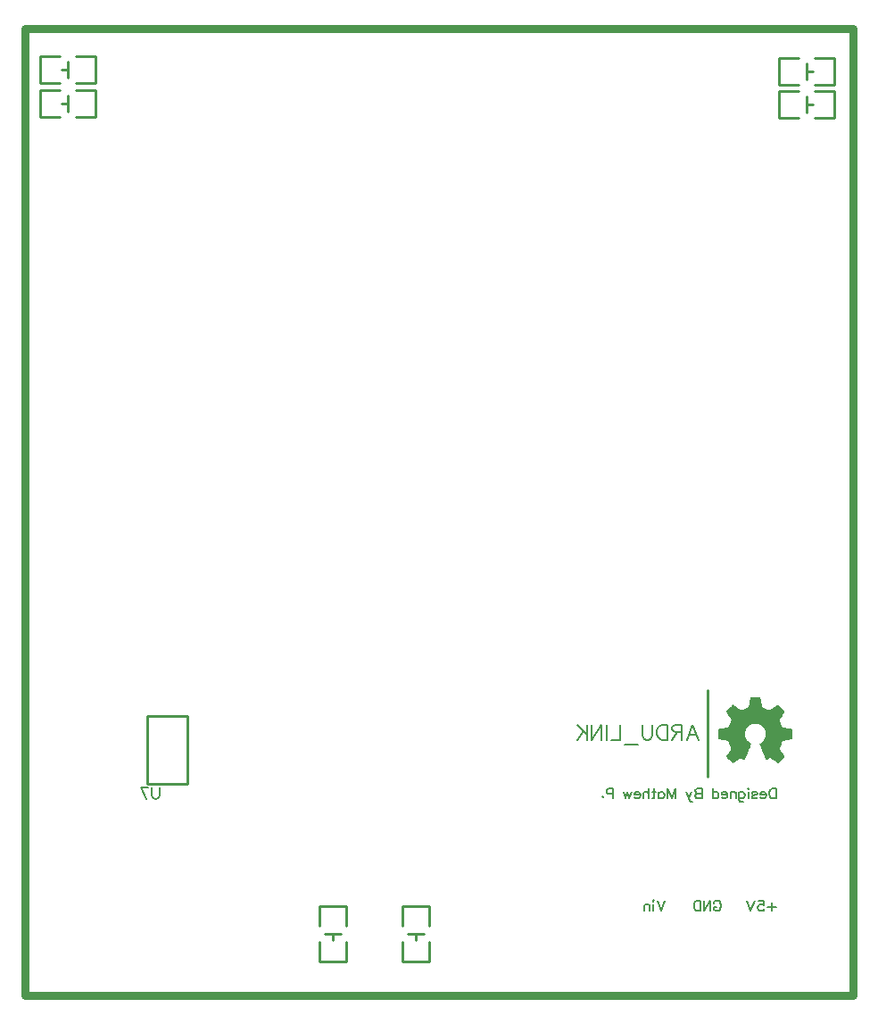
<source format=gbo>
G04 Layer: BottomSilkLayer*
G04 EasyEDA v6.2.46, 2019-12-30T00:29:30+05:30*
G04 ef53065936be4c9b9f598b0f68a09c93,6145028fc9404f35aebdec50a9af1db0,10*
G04 Gerber Generator version 0.2*
G04 Scale: 100 percent, Rotated: No, Reflected: No *
G04 Dimensions in millimeters *
G04 leading zeros omitted , absolute positions ,3 integer and 3 decimal *
%FSLAX33Y33*%
%MOMM*%
G90*
G71D02*

%ADD10C,0.254000*%
%ADD45C,0.203200*%
%ADD50C,0.799998*%
%ADD54C,0.152400*%
%ADD56C,0.150012*%

%LPD*%

%LPD*%
G36*
G01X69429Y28209D02*
G01X69342Y28209D01*
G01X69250Y28208D01*
G01X68793Y28201D01*
G01X68775Y28132D01*
G01X68770Y28111D01*
G01X68763Y28077D01*
G01X68754Y28032D01*
G01X68743Y27978D01*
G01X68731Y27916D01*
G01X68719Y27848D01*
G01X68706Y27776D01*
G01X68692Y27703D01*
G01X68673Y27594D01*
G01X68657Y27504D01*
G01X68642Y27431D01*
G01X68628Y27372D01*
G01X68614Y27325D01*
G01X68598Y27289D01*
G01X68580Y27261D01*
G01X68559Y27240D01*
G01X68533Y27224D01*
G01X68501Y27210D01*
G01X68463Y27196D01*
G01X68417Y27181D01*
G01X68341Y27154D01*
G01X68257Y27121D01*
G01X68176Y27087D01*
G01X68109Y27055D01*
G01X68066Y27034D01*
G01X68030Y27016D01*
G01X67998Y27004D01*
G01X67969Y26997D01*
G01X67939Y26997D01*
G01X67907Y27004D01*
G01X67870Y27018D01*
G01X67827Y27042D01*
G01X67774Y27074D01*
G01X67709Y27116D01*
G01X67630Y27169D01*
G01X67535Y27234D01*
G01X67461Y27284D01*
G01X67390Y27331D01*
G01X67325Y27375D01*
G01X67267Y27413D01*
G01X67217Y27445D01*
G01X67177Y27471D01*
G01X67150Y27488D01*
G01X67136Y27495D01*
G01X67123Y27491D01*
G01X67098Y27473D01*
G01X67062Y27444D01*
G01X67018Y27406D01*
G01X66967Y27361D01*
G01X66910Y27309D01*
G01X66851Y27254D01*
G01X66790Y27196D01*
G01X66729Y27137D01*
G01X66671Y27080D01*
G01X66617Y27025D01*
G01X66568Y26975D01*
G01X66527Y26931D01*
G01X66496Y26895D01*
G01X66476Y26869D01*
G01X66469Y26855D01*
G01X66474Y26843D01*
G01X66489Y26817D01*
G01X66513Y26779D01*
G01X66544Y26730D01*
G01X66582Y26671D01*
G01X66626Y26606D01*
G01X66675Y26534D01*
G01X66726Y26458D01*
G01X66795Y26358D01*
G01X66851Y26277D01*
G01X66895Y26211D01*
G01X66929Y26158D01*
G01X66952Y26115D01*
G01X66965Y26078D01*
G01X66970Y26046D01*
G01X66966Y26015D01*
G01X66956Y25982D01*
G01X66939Y25944D01*
G01X66916Y25899D01*
G01X66888Y25844D01*
G01X66848Y25757D01*
G01X66808Y25666D01*
G01X66774Y25582D01*
G01X66750Y25516D01*
G01X66738Y25479D01*
G01X66726Y25448D01*
G01X66713Y25423D01*
G01X66698Y25401D01*
G01X66677Y25383D01*
G01X66649Y25368D01*
G01X66613Y25354D01*
G01X66566Y25340D01*
G01X66506Y25327D01*
G01X66433Y25313D01*
G01X66343Y25297D01*
G01X66235Y25278D01*
G01X66159Y25266D01*
G01X66091Y25255D01*
G01X66031Y25245D01*
G01X65979Y25236D01*
G01X65934Y25227D01*
G01X65895Y25217D01*
G01X65862Y25207D01*
G01X65834Y25195D01*
G01X65812Y25180D01*
G01X65794Y25163D01*
G01X65781Y25142D01*
G01X65770Y25118D01*
G01X65763Y25089D01*
G01X65759Y25054D01*
G01X65757Y25015D01*
G01X65757Y24916D01*
G01X65759Y24855D01*
G01X65760Y24787D01*
G01X65762Y24710D01*
G01X65769Y24252D01*
G01X66219Y24163D01*
G01X66328Y24141D01*
G01X66419Y24123D01*
G01X66495Y24107D01*
G01X66555Y24092D01*
G01X66603Y24077D01*
G01X66639Y24062D01*
G01X66667Y24046D01*
G01X66686Y24027D01*
G01X66700Y24006D01*
G01X66711Y23981D01*
G01X66719Y23951D01*
G01X66726Y23915D01*
G01X66741Y23863D01*
G01X66770Y23787D01*
G01X66808Y23695D01*
G01X66852Y23599D01*
G01X66875Y23549D01*
G01X66896Y23506D01*
G01X66914Y23469D01*
G01X66927Y23437D01*
G01X66937Y23408D01*
G01X66943Y23381D01*
G01X66944Y23356D01*
G01X66941Y23330D01*
G01X66933Y23303D01*
G01X66919Y23273D01*
G01X66900Y23239D01*
G01X66876Y23200D01*
G01X66845Y23154D01*
G01X66808Y23101D01*
G01X66765Y23039D01*
G01X66714Y22967D01*
G01X66672Y22907D01*
G01X66634Y22854D01*
G01X66600Y22807D01*
G01X66571Y22766D01*
G01X66547Y22729D01*
G01X66527Y22697D01*
G01X66513Y22668D01*
G01X66503Y22642D01*
G01X66498Y22617D01*
G01X66498Y22594D01*
G01X66503Y22570D01*
G01X66513Y22547D01*
G01X66529Y22522D01*
G01X66550Y22495D01*
G01X66577Y22465D01*
G01X66609Y22432D01*
G01X66647Y22395D01*
G01X66691Y22352D01*
G01X66740Y22304D01*
G01X66796Y22249D01*
G01X67123Y21922D01*
G01X67484Y22170D01*
G01X67580Y22235D01*
G01X67658Y22289D01*
G01X67721Y22331D01*
G01X67771Y22363D01*
G01X67812Y22385D01*
G01X67846Y22398D01*
G01X67876Y22403D01*
G01X67903Y22400D01*
G01X67932Y22391D01*
G01X67964Y22375D01*
G01X68002Y22354D01*
G01X68049Y22328D01*
G01X68078Y22312D01*
G01X68103Y22297D01*
G01X68125Y22284D01*
G01X68145Y22274D01*
G01X68162Y22266D01*
G01X68179Y22262D01*
G01X68194Y22263D01*
G01X68209Y22269D01*
G01X68224Y22281D01*
G01X68240Y22300D01*
G01X68257Y22326D01*
G01X68276Y22360D01*
G01X68297Y22403D01*
G01X68320Y22455D01*
G01X68347Y22517D01*
G01X68378Y22591D01*
G01X68412Y22676D01*
G01X68452Y22773D01*
G01X68497Y22883D01*
G01X68548Y23007D01*
G01X68598Y23129D01*
G01X68642Y23237D01*
G01X68682Y23333D01*
G01X68716Y23416D01*
G01X68746Y23490D01*
G01X68771Y23553D01*
G01X68791Y23607D01*
G01X68808Y23652D01*
G01X68820Y23690D01*
G01X68828Y23722D01*
G01X68833Y23748D01*
G01X68835Y23769D01*
G01X68833Y23786D01*
G01X68828Y23799D01*
G01X68820Y23811D01*
G01X68810Y23821D01*
G01X68797Y23830D01*
G01X68782Y23839D01*
G01X68765Y23850D01*
G01X68747Y23862D01*
G01X68699Y23897D01*
G01X68654Y23933D01*
G01X68611Y23970D01*
G01X68572Y24009D01*
G01X68534Y24048D01*
G01X68500Y24089D01*
G01X68467Y24131D01*
G01X68438Y24173D01*
G01X68410Y24216D01*
G01X68385Y24260D01*
G01X68363Y24305D01*
G01X68343Y24350D01*
G01X68325Y24396D01*
G01X68310Y24442D01*
G01X68297Y24488D01*
G01X68287Y24535D01*
G01X68278Y24582D01*
G01X68272Y24629D01*
G01X68268Y24676D01*
G01X68267Y24722D01*
G01X68268Y24769D01*
G01X68270Y24815D01*
G01X68275Y24862D01*
G01X68282Y24907D01*
G01X68292Y24952D01*
G01X68303Y24997D01*
G01X68316Y25041D01*
G01X68332Y25084D01*
G01X68349Y25126D01*
G01X68369Y25168D01*
G01X68390Y25208D01*
G01X68413Y25248D01*
G01X68439Y25286D01*
G01X68466Y25323D01*
G01X68495Y25359D01*
G01X68526Y25393D01*
G01X68559Y25426D01*
G01X68593Y25458D01*
G01X68630Y25487D01*
G01X68668Y25515D01*
G01X68708Y25542D01*
G01X68749Y25566D01*
G01X68793Y25589D01*
G01X68838Y25609D01*
G01X68885Y25628D01*
G01X68933Y25644D01*
G01X68983Y25658D01*
G01X69034Y25669D01*
G01X69088Y25678D01*
G01X69142Y25685D01*
G01X69199Y25689D01*
G01X69256Y25690D01*
G01X69312Y25689D01*
G01X69366Y25685D01*
G01X69418Y25679D01*
G01X69469Y25670D01*
G01X69519Y25660D01*
G01X69568Y25647D01*
G01X69615Y25631D01*
G01X69660Y25614D01*
G01X69704Y25595D01*
G01X69746Y25574D01*
G01X69787Y25551D01*
G01X69826Y25526D01*
G01X69864Y25499D01*
G01X69900Y25471D01*
G01X69934Y25441D01*
G01X69967Y25410D01*
G01X69998Y25377D01*
G01X70027Y25344D01*
G01X70055Y25308D01*
G01X70081Y25272D01*
G01X70105Y25234D01*
G01X70127Y25196D01*
G01X70147Y25156D01*
G01X70166Y25116D01*
G01X70182Y25074D01*
G01X70197Y25032D01*
G01X70210Y24990D01*
G01X70221Y24946D01*
G01X70230Y24902D01*
G01X70236Y24858D01*
G01X70241Y24813D01*
G01X70244Y24768D01*
G01X70245Y24723D01*
G01X70243Y24678D01*
G01X70240Y24632D01*
G01X70234Y24586D01*
G01X70226Y24541D01*
G01X70216Y24495D01*
G01X70204Y24450D01*
G01X70189Y24405D01*
G01X70172Y24361D01*
G01X70153Y24316D01*
G01X70132Y24273D01*
G01X70108Y24229D01*
G01X70082Y24187D01*
G01X70054Y24145D01*
G01X70023Y24104D01*
G01X69990Y24064D01*
G01X69954Y24024D01*
G01X69916Y23986D01*
G01X69875Y23949D01*
G01X69832Y23912D01*
G01X69770Y23862D01*
G01X69718Y23818D01*
G01X69682Y23785D01*
G01X69667Y23767D01*
G01X69667Y23760D01*
G01X69671Y23745D01*
G01X69678Y23723D01*
G01X69689Y23693D01*
G01X69702Y23656D01*
G01X69719Y23612D01*
G01X69739Y23560D01*
G01X69762Y23503D01*
G01X69816Y23368D01*
G01X69847Y23291D01*
G01X69881Y23208D01*
G01X69917Y23120D01*
G01X69956Y23026D01*
G01X69998Y22927D01*
G01X70041Y22822D01*
G01X70112Y22654D01*
G01X70167Y22523D01*
G01X70209Y22423D01*
G01X70240Y22351D01*
G01X70261Y22303D01*
G01X70274Y22273D01*
G01X70282Y22257D01*
G01X70286Y22251D01*
G01X70304Y22255D01*
G01X70345Y22271D01*
G01X70405Y22298D01*
G01X70477Y22333D01*
G01X70659Y22423D01*
G01X71025Y22173D01*
G01X71391Y21924D01*
G01X71717Y22250D01*
G01X71773Y22305D01*
G01X71822Y22353D01*
G01X71866Y22395D01*
G01X71904Y22432D01*
G01X71936Y22465D01*
G01X71962Y22495D01*
G01X71983Y22522D01*
G01X71999Y22547D01*
G01X72010Y22571D01*
G01X72015Y22594D01*
G01X72015Y22617D01*
G01X72010Y22642D01*
G01X72000Y22668D01*
G01X71985Y22697D01*
G01X71965Y22729D01*
G01X71941Y22766D01*
G01X71912Y22807D01*
G01X71879Y22854D01*
G01X71841Y22907D01*
G01X71798Y22967D01*
G01X71734Y23059D01*
G01X71681Y23135D01*
G01X71639Y23198D01*
G01X71607Y23248D01*
G01X71585Y23290D01*
G01X71571Y23325D01*
G01X71565Y23356D01*
G01X71567Y23385D01*
G01X71574Y23414D01*
G01X71588Y23446D01*
G01X71607Y23484D01*
G01X71630Y23529D01*
G01X71665Y23604D01*
G01X71704Y23694D01*
G01X71741Y23789D01*
G01X71772Y23878D01*
G01X71835Y24074D01*
G01X72290Y24163D01*
G01X72744Y24252D01*
G01X72751Y24710D01*
G01X72752Y24787D01*
G01X72754Y24855D01*
G01X72755Y24916D01*
G01X72756Y24968D01*
G01X72756Y25015D01*
G01X72753Y25054D01*
G01X72749Y25089D01*
G01X72742Y25118D01*
G01X72732Y25142D01*
G01X72718Y25163D01*
G01X72700Y25180D01*
G01X72678Y25195D01*
G01X72651Y25207D01*
G01X72618Y25217D01*
G01X72579Y25227D01*
G01X72533Y25236D01*
G01X72481Y25245D01*
G01X72421Y25255D01*
G01X72353Y25266D01*
G01X72277Y25278D01*
G01X72168Y25297D01*
G01X72077Y25313D01*
G01X72003Y25328D01*
G01X71943Y25341D01*
G01X71896Y25355D01*
G01X71859Y25370D01*
G01X71831Y25387D01*
G01X71810Y25408D01*
G01X71793Y25432D01*
G01X71779Y25462D01*
G01X71766Y25498D01*
G01X71752Y25540D01*
G01X71725Y25614D01*
G01X71690Y25700D01*
G01X71652Y25788D01*
G01X71614Y25866D01*
G01X71589Y25915D01*
G01X71568Y25954D01*
G01X71553Y25988D01*
G01X71544Y26018D01*
G01X71542Y26047D01*
G01X71547Y26078D01*
G01X71561Y26114D01*
G01X71585Y26157D01*
G01X71618Y26210D01*
G01X71662Y26276D01*
G01X71718Y26357D01*
G01X71786Y26457D01*
G01X71838Y26533D01*
G01X71930Y26671D01*
G01X71968Y26729D01*
G01X72000Y26778D01*
G01X72024Y26817D01*
G01X72039Y26843D01*
G01X72044Y26855D01*
G01X72037Y26869D01*
G01X72017Y26895D01*
G01X71985Y26931D01*
G01X71944Y26975D01*
G01X71896Y27025D01*
G01X71841Y27080D01*
G01X71783Y27137D01*
G01X71723Y27196D01*
G01X71662Y27254D01*
G01X71602Y27309D01*
G01X71546Y27361D01*
G01X71495Y27406D01*
G01X71450Y27444D01*
G01X71415Y27473D01*
G01X71390Y27491D01*
G01X71377Y27495D01*
G01X71363Y27488D01*
G01X71335Y27471D01*
G01X71296Y27445D01*
G01X71246Y27413D01*
G01X71188Y27375D01*
G01X71122Y27331D01*
G01X71052Y27284D01*
G01X70977Y27234D01*
G01X70882Y27169D01*
G01X70804Y27116D01*
G01X70739Y27074D01*
G01X70686Y27042D01*
G01X70642Y27018D01*
G01X70605Y27004D01*
G01X70573Y26997D01*
G01X70544Y26997D01*
G01X70514Y27004D01*
G01X70483Y27016D01*
G01X70447Y27034D01*
G01X70404Y27055D01*
G01X70336Y27087D01*
G01X70256Y27121D01*
G01X70173Y27154D01*
G01X70097Y27180D01*
G01X70034Y27202D01*
G01X69985Y27222D01*
G01X69948Y27244D01*
G01X69921Y27271D01*
G01X69901Y27307D01*
G01X69886Y27355D01*
G01X69872Y27419D01*
G01X69858Y27501D01*
G01X69847Y27569D01*
G01X69834Y27642D01*
G01X69821Y27717D01*
G01X69807Y27792D01*
G01X69792Y27866D01*
G01X69778Y27937D01*
G01X69765Y28003D01*
G01X69753Y28062D01*
G01X69741Y28113D01*
G01X69732Y28153D01*
G01X69724Y28181D01*
G01X69720Y28194D01*
G01X69708Y28198D01*
G01X69679Y28202D01*
G01X69634Y28204D01*
G01X69576Y28206D01*
G01X69507Y28208D01*
G01X69429Y28209D01*
G37*

%LPD*%
G54D50*
G01X1159Y-76D02*
G01X78558Y-76D01*
G01X78558Y91591D01*
G01X-39Y91591D01*
G01X-39Y-66D01*
G01X1129Y-66D01*
G54D10*
G01X64743Y28843D02*
G01X64743Y20686D01*
G01X15323Y26409D02*
G01X15323Y20009D01*
G01X15323Y26409D02*
G01X11523Y26409D01*
G01X11523Y20009D02*
G01X11523Y26409D01*
G01X11523Y20009D02*
G01X15323Y20009D01*
G01X30419Y4967D02*
G01X30419Y3119D01*
G01X27879Y3119D01*
G01X27879Y4967D01*
G01X27879Y6491D02*
G01X27879Y8349D01*
G01X30419Y8349D01*
G01X30419Y6491D01*
G01X28379Y5739D02*
G01X29929Y5739D01*
G01X29169Y5149D02*
G01X29169Y5729D01*
G01X74871Y88839D02*
G01X76719Y88839D01*
G01X76719Y86299D01*
G01X74871Y86299D01*
G01X73347Y86299D02*
G01X71489Y86299D01*
G01X71489Y88839D01*
G01X73347Y88839D01*
G01X74099Y86799D02*
G01X74099Y88349D01*
G01X74689Y87589D02*
G01X74109Y87589D01*
G01X74871Y85704D02*
G01X76719Y85704D01*
G01X76719Y83164D01*
G01X74871Y83164D01*
G01X73347Y83164D02*
G01X71489Y83164D01*
G01X71489Y85704D01*
G01X73347Y85704D01*
G01X74099Y83664D02*
G01X74099Y85214D01*
G01X74689Y84454D02*
G01X74109Y84454D01*
G01X3267Y83219D02*
G01X1419Y83219D01*
G01X1419Y85759D01*
G01X3267Y85759D01*
G01X4791Y85759D02*
G01X6649Y85759D01*
G01X6649Y83219D01*
G01X4791Y83219D01*
G01X4039Y85259D02*
G01X4039Y83709D01*
G01X3449Y84469D02*
G01X4029Y84469D01*
G01X3267Y86434D02*
G01X1419Y86434D01*
G01X1419Y88974D01*
G01X3267Y88974D01*
G01X4791Y88974D02*
G01X6649Y88974D01*
G01X6649Y86434D01*
G01X4791Y86434D01*
G01X4039Y88474D02*
G01X4039Y86924D01*
G01X3449Y87684D02*
G01X4029Y87684D01*
G01X38299Y4967D02*
G01X38299Y3119D01*
G01X35759Y3119D01*
G01X35759Y4967D01*
G01X35759Y6491D02*
G01X35759Y8349D01*
G01X38299Y8349D01*
G01X38299Y6491D01*
G01X36259Y5739D02*
G01X37809Y5739D01*
G01X37049Y5149D02*
G01X37049Y5729D01*
G54D56*
G01X71206Y19550D02*
G01X71206Y18596D01*
G01X71206Y19550D02*
G01X70888Y19550D01*
G01X70751Y19505D01*
G01X70661Y19414D01*
G01X70615Y19323D01*
G01X70570Y19187D01*
G01X70570Y18959D01*
G01X70615Y18823D01*
G01X70661Y18732D01*
G01X70751Y18641D01*
G01X70888Y18596D01*
G01X71206Y18596D01*
G01X70270Y18959D02*
G01X69724Y18959D01*
G01X69724Y19050D01*
G01X69770Y19141D01*
G01X69815Y19187D01*
G01X69906Y19232D01*
G01X70042Y19232D01*
G01X70133Y19187D01*
G01X70224Y19096D01*
G01X70270Y18959D01*
G01X70270Y18868D01*
G01X70224Y18732D01*
G01X70133Y18641D01*
G01X70042Y18596D01*
G01X69906Y18596D01*
G01X69815Y18641D01*
G01X69724Y18732D01*
G01X68924Y19096D02*
G01X68970Y19187D01*
G01X69106Y19232D01*
G01X69242Y19232D01*
G01X69379Y19187D01*
G01X69424Y19096D01*
G01X69379Y19005D01*
G01X69288Y18959D01*
G01X69061Y18914D01*
G01X68970Y18868D01*
G01X68924Y18777D01*
G01X68924Y18732D01*
G01X68970Y18641D01*
G01X69106Y18596D01*
G01X69242Y18596D01*
G01X69379Y18641D01*
G01X69424Y18732D01*
G01X68624Y19550D02*
G01X68579Y19505D01*
G01X68533Y19550D01*
G01X68579Y19596D01*
G01X68624Y19550D01*
G01X68579Y19232D02*
G01X68579Y18596D01*
G01X67688Y19232D02*
G01X67688Y18505D01*
G01X67733Y18368D01*
G01X67779Y18323D01*
G01X67870Y18277D01*
G01X68006Y18277D01*
G01X68097Y18323D01*
G01X67688Y19096D02*
G01X67779Y19187D01*
G01X67870Y19232D01*
G01X68006Y19232D01*
G01X68097Y19187D01*
G01X68188Y19096D01*
G01X68233Y18959D01*
G01X68233Y18868D01*
G01X68188Y18732D01*
G01X68097Y18641D01*
G01X68006Y18596D01*
G01X67870Y18596D01*
G01X67779Y18641D01*
G01X67688Y18732D01*
G01X67388Y19232D02*
G01X67388Y18596D01*
G01X67388Y19050D02*
G01X67251Y19187D01*
G01X67161Y19232D01*
G01X67024Y19232D01*
G01X66933Y19187D01*
G01X66888Y19050D01*
G01X66888Y18596D01*
G01X66588Y18959D02*
G01X66042Y18959D01*
G01X66042Y19050D01*
G01X66088Y19141D01*
G01X66133Y19187D01*
G01X66224Y19232D01*
G01X66361Y19232D01*
G01X66451Y19187D01*
G01X66542Y19096D01*
G01X66588Y18959D01*
G01X66588Y18868D01*
G01X66542Y18732D01*
G01X66451Y18641D01*
G01X66361Y18596D01*
G01X66224Y18596D01*
G01X66133Y18641D01*
G01X66042Y18732D01*
G01X65197Y19550D02*
G01X65197Y18596D01*
G01X65197Y19096D02*
G01X65288Y19187D01*
G01X65379Y19232D01*
G01X65515Y19232D01*
G01X65606Y19187D01*
G01X65697Y19096D01*
G01X65742Y18959D01*
G01X65742Y18868D01*
G01X65697Y18732D01*
G01X65606Y18641D01*
G01X65515Y18596D01*
G01X65379Y18596D01*
G01X65288Y18641D01*
G01X65197Y18732D01*
G01X64197Y19550D02*
G01X64197Y18596D01*
G01X64197Y19550D02*
G01X63788Y19550D01*
G01X63651Y19505D01*
G01X63606Y19459D01*
G01X63561Y19368D01*
G01X63561Y19277D01*
G01X63606Y19187D01*
G01X63651Y19141D01*
G01X63788Y19096D01*
G01X64197Y19096D02*
G01X63788Y19096D01*
G01X63651Y19050D01*
G01X63606Y19005D01*
G01X63561Y18914D01*
G01X63561Y18777D01*
G01X63606Y18687D01*
G01X63651Y18641D01*
G01X63788Y18596D01*
G01X64197Y18596D01*
G01X63215Y19232D02*
G01X62942Y18596D01*
G01X62670Y19232D02*
G01X62942Y18596D01*
G01X63033Y18414D01*
G01X63124Y18323D01*
G01X63215Y18277D01*
G01X63261Y18277D01*
G01X61670Y19550D02*
G01X61670Y18596D01*
G01X61670Y19550D02*
G01X61306Y18596D01*
G01X60942Y19550D02*
G01X61306Y18596D01*
G01X60942Y19550D02*
G01X60942Y18596D01*
G01X60097Y19232D02*
G01X60097Y18596D01*
G01X60097Y19096D02*
G01X60188Y19187D01*
G01X60279Y19232D01*
G01X60415Y19232D01*
G01X60506Y19187D01*
G01X60597Y19096D01*
G01X60642Y18959D01*
G01X60642Y18868D01*
G01X60597Y18732D01*
G01X60506Y18641D01*
G01X60415Y18596D01*
G01X60279Y18596D01*
G01X60188Y18641D01*
G01X60097Y18732D01*
G01X59661Y19550D02*
G01X59661Y18777D01*
G01X59615Y18641D01*
G01X59524Y18596D01*
G01X59433Y18596D01*
G01X59797Y19232D02*
G01X59479Y19232D01*
G01X59133Y19550D02*
G01X59133Y18596D01*
G01X59133Y19050D02*
G01X58997Y19187D01*
G01X58906Y19232D01*
G01X58770Y19232D01*
G01X58679Y19187D01*
G01X58633Y19050D01*
G01X58633Y18596D01*
G01X58333Y18959D02*
G01X57788Y18959D01*
G01X57788Y19050D01*
G01X57833Y19141D01*
G01X57879Y19187D01*
G01X57970Y19232D01*
G01X58106Y19232D01*
G01X58197Y19187D01*
G01X58288Y19096D01*
G01X58333Y18959D01*
G01X58333Y18868D01*
G01X58288Y18732D01*
G01X58197Y18641D01*
G01X58106Y18596D01*
G01X57970Y18596D01*
G01X57879Y18641D01*
G01X57788Y18732D01*
G01X57488Y19232D02*
G01X57306Y18596D01*
G01X57124Y19232D02*
G01X57306Y18596D01*
G01X57124Y19232D02*
G01X56942Y18596D01*
G01X56761Y19232D02*
G01X56942Y18596D01*
G01X55761Y19550D02*
G01X55761Y18596D01*
G01X55761Y19550D02*
G01X55351Y19550D01*
G01X55215Y19505D01*
G01X55170Y19459D01*
G01X55124Y19368D01*
G01X55124Y19232D01*
G01X55170Y19141D01*
G01X55215Y19096D01*
G01X55351Y19050D01*
G01X55761Y19050D01*
G01X54779Y18823D02*
G01X54824Y18777D01*
G01X54779Y18732D01*
G01X54733Y18777D01*
G01X54779Y18823D01*
G54D45*
G01X63284Y25588D02*
G01X63829Y24156D01*
G01X63284Y25588D02*
G01X62738Y24156D01*
G01X63624Y24633D02*
G01X62943Y24633D01*
G01X62288Y25588D02*
G01X62288Y24156D01*
G01X62288Y25588D02*
G01X61674Y25588D01*
G01X61470Y25520D01*
G01X61402Y25451D01*
G01X61334Y25315D01*
G01X61334Y25179D01*
G01X61402Y25042D01*
G01X61470Y24974D01*
G01X61674Y24906D01*
G01X62288Y24906D01*
G01X61811Y24906D02*
G01X61334Y24156D01*
G01X60884Y25588D02*
G01X60884Y24156D01*
G01X60884Y25588D02*
G01X60406Y25588D01*
G01X60202Y25520D01*
G01X60065Y25383D01*
G01X59997Y25247D01*
G01X59929Y25042D01*
G01X59929Y24701D01*
G01X59997Y24497D01*
G01X60065Y24360D01*
G01X60202Y24224D01*
G01X60406Y24156D01*
G01X60884Y24156D01*
G01X59479Y25588D02*
G01X59479Y24565D01*
G01X59411Y24360D01*
G01X59274Y24224D01*
G01X59070Y24156D01*
G01X58934Y24156D01*
G01X58729Y24224D01*
G01X58593Y24360D01*
G01X58524Y24565D01*
G01X58524Y25588D01*
G01X58074Y23679D02*
G01X56847Y23679D01*
G01X56397Y25588D02*
G01X56397Y24156D01*
G01X56397Y24156D02*
G01X55579Y24156D01*
G01X55129Y25588D02*
G01X55129Y24156D01*
G01X54679Y25588D02*
G01X54679Y24156D01*
G01X54679Y25588D02*
G01X53724Y24156D01*
G01X53724Y25588D02*
G01X53724Y24156D01*
G01X53274Y25588D02*
G01X53274Y24156D01*
G01X52320Y25588D02*
G01X53274Y24633D01*
G01X52934Y24974D02*
G01X52320Y24156D01*
G01X70814Y8743D02*
G01X70814Y7925D01*
G01X71223Y8334D02*
G01X70405Y8334D01*
G01X69560Y8879D02*
G01X70014Y8879D01*
G01X70060Y8470D01*
G01X70014Y8516D01*
G01X69878Y8561D01*
G01X69741Y8561D01*
G01X69605Y8516D01*
G01X69514Y8425D01*
G01X69469Y8288D01*
G01X69469Y8197D01*
G01X69514Y8061D01*
G01X69605Y7970D01*
G01X69741Y7925D01*
G01X69878Y7925D01*
G01X70014Y7970D01*
G01X70060Y8016D01*
G01X70105Y8106D01*
G01X69169Y8879D02*
G01X68805Y7925D01*
G01X68441Y8879D02*
G01X68805Y7925D01*
G01X65300Y8682D02*
G01X65346Y8773D01*
G01X65437Y8864D01*
G01X65528Y8909D01*
G01X65709Y8909D01*
G01X65800Y8864D01*
G01X65891Y8773D01*
G01X65937Y8682D01*
G01X65982Y8545D01*
G01X65982Y8318D01*
G01X65937Y8182D01*
G01X65891Y8091D01*
G01X65800Y8000D01*
G01X65709Y7955D01*
G01X65528Y7955D01*
G01X65437Y8000D01*
G01X65346Y8091D01*
G01X65300Y8182D01*
G01X65300Y8318D01*
G01X65528Y8318D02*
G01X65300Y8318D01*
G01X65000Y8909D02*
G01X65000Y7955D01*
G01X65000Y8909D02*
G01X64364Y7955D01*
G01X64364Y8909D02*
G01X64364Y7955D01*
G01X64064Y8909D02*
G01X64064Y7955D01*
G01X64064Y8909D02*
G01X63746Y8909D01*
G01X63609Y8864D01*
G01X63518Y8773D01*
G01X63473Y8682D01*
G01X63428Y8545D01*
G01X63428Y8318D01*
G01X63473Y8182D01*
G01X63518Y8091D01*
G01X63609Y8000D01*
G01X63746Y7955D01*
G01X64064Y7955D01*
G01X60662Y8894D02*
G01X60299Y7939D01*
G01X59935Y8894D02*
G01X60299Y7939D01*
G01X59635Y8894D02*
G01X59589Y8848D01*
G01X59544Y8894D01*
G01X59589Y8939D01*
G01X59635Y8894D01*
G01X59589Y8576D02*
G01X59589Y7939D01*
G01X59244Y8576D02*
G01X59244Y7939D01*
G01X59244Y8394D02*
G01X59108Y8530D01*
G01X59017Y8576D01*
G01X58880Y8576D01*
G01X58789Y8530D01*
G01X58744Y8394D01*
G01X58744Y7939D01*
G54D54*
G01X12710Y19665D02*
G01X12710Y18885D01*
G01X12659Y18730D01*
G01X12555Y18626D01*
G01X12398Y18575D01*
G01X12293Y18575D01*
G01X12139Y18626D01*
G01X12034Y18730D01*
G01X11984Y18885D01*
G01X11984Y19665D01*
G01X10912Y19665D02*
G01X11432Y18575D01*
G01X11641Y19665D02*
G01X10912Y19665D01*
M00*
M02*

</source>
